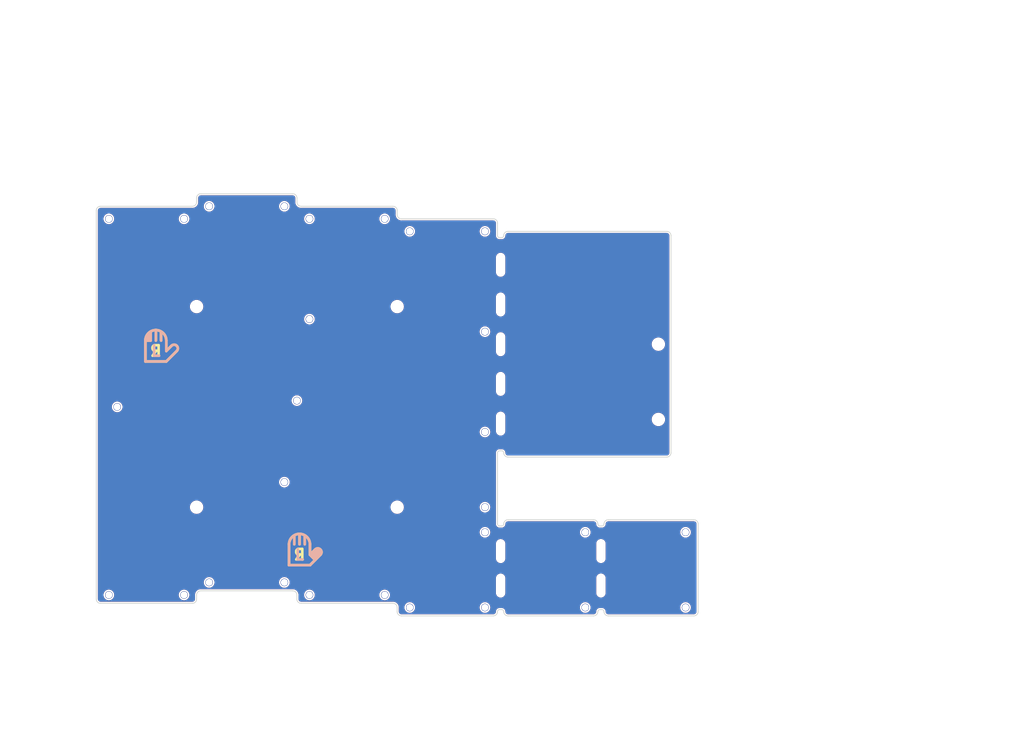
<source format=kicad_pcb>
(kicad_pcb (version 20210228) (generator pcbnew)
  (title_block (rev "1") (company "@e3w2q"))
  (layers (0 "F.Cu" signal) (31 "B.Cu" signal) (34 "B.Paste" user) (35 "F.Paste" user) (36 "B.SilkS" user "B.Silkscreen") (37 "F.SilkS" user "F.Silkscreen") (38 "B.Mask" user) (39 "F.Mask" user) (44 "Edge.Cuts" user))
  (net 0 "")
  (footprint "" (layer "F.Cu") (at 126.041859 94.291909)
    (fp_text reference "" (at 0 0) (layer "F.SilkS") (effects (font (size 1.27 1.27))))
    (fp_text value "" (at 0 0) (layer "F.SilkS") (effects (font (size 1.27 1.27))))
    (pad "" thru_hole circle (at 0 0) (size 1.43 1.43) (drill 1.28) (layers *.Cu *.Mask))
  )
  (footprint "" (layer "F.Cu") (at 106.991909 89.529309)
    (fp_text reference "" (at 0 0) (layer "F.SilkS") (effects (font (size 1.27 1.27))))
    (fp_text value "" (at 0 0) (layer "F.SilkS") (effects (font (size 1.27 1.27))))
    (pad "" thru_hole circle (at 0 0) (size 1.43 1.43) (drill 1.28) (layers *.Cu *.Mask))
  )
  (footprint "#footprint:Slit" (layer "F.Cu") (at 109.969732 104.413178)
    (fp_text reference "H93")
    (fp_text value "MountingHole")
    (pad "" np_thru_hole oval (at 0 0) (size 1.190625 3.969) (drill oval 1.190625 3.969) (layers F&B.Cu *.Mask))
  )
  (footprint "#footprint:Slit" (layer "F.Cu") (at 129.01978 97.856914)
    (fp_text reference "H93")
    (fp_text value "MountingHole")
    (pad "" np_thru_hole oval (at 0 0) (size 1.190625 3.969) (drill oval 1.190625 3.969) (layers F&B.Cu *.Mask))
  )
  (footprint "" (layer "F.Cu") (at 73.654359 53.810659)
    (fp_text reference "" (at 0 0) (layer "F.SilkS") (effects (font (size 1.27 1.27))))
    (fp_text value "" (at 0 0) (layer "F.SilkS") (effects (font (size 1.27 1.27))))
    (pad "" thru_hole circle (at 0 0) (size 1.43 1.43) (drill 1.28) (layers *.Cu *.Mask))
  )
  (footprint "#footprint:Slit" (layer "F.Cu") (at 109.968423 66.113702)
    (fp_text reference "H67")
    (fp_text value "MountingHole")
    (pad "" np_thru_hole oval (at 0 0) (size 1.190625 3.969) (drill oval 1.190625 3.969) (layers F&B.Cu *.Mask))
  )
  (footprint "#footprint:M1.4_tapping_Hole_rev2" (layer "F.Cu") (at 106.991909 108.579359)
    (fp_text reference "H17" hide)
    (fp_text value "MountingHole" hide)
    (pad "" thru_hole circle (at 0 0) (size 1.43 1.43) (drill 1.28) (layers *.Cu *.Mask))
  )
  (footprint "#footprint:M1.4_tapping_Hole_rev2" (layer "F.Cu") (at 54.604359 103.816909)
    (fp_text reference "H80" hide)
    (fp_text value "MountingHole" hide)
    (pad "" thru_hole circle (at 0 0) (size 1.43 1.43) (drill 1.28) (layers *.Cu *.Mask))
  )
  (footprint "" (layer "F.Cu") (at 106.991859 75.241909)
    (fp_text reference "" (at 0 0) (layer "F.SilkS") (effects (font (size 1.27 1.27))))
    (fp_text value "" (at 0 0) (layer "F.SilkS") (effects (font (size 1.27 1.27))))
    (pad "" thru_hole circle (at 0 0) (size 1.43 1.43) (drill 1.28) (layers *.Cu *.Mask))
  )
  (footprint "#footprint:M2_Hole" (layer "F.Cu") (at 52.223109 51.429359)
    (fp_text reference "H5" hide)
    (fp_text value "MountingHole" hide)
    (pad "" np_thru_hole circle (at 0 0) (size 1.95 1.95) (drill 1.95) (layers F&B.Cu *.Mask))
  )
  (footprint "#footprint:M1.4_tapping_Hole_rev2" (layer "F.Cu") (at 106.991909 94.291859)
    (fp_text reference "H16" hide)
    (fp_text value "MountingHole" hide)
    (pad "" thru_hole circle (at 0 0) (size 1.43 1.43) (drill 1.28) (layers *.Cu *.Mask))
  )
  (footprint "#footprint:M1.4_tapping_Hole_rev2" (layer "F.Cu") (at 92.704409 37.141859)
    (fp_text reference "H42" hide)
    (fp_text value "MountingHole" hide)
    (pad "" thru_hole circle (at 0 0) (size 1.43 1.43) (drill 1.28) (layers *.Cu *.Mask))
  )
  (footprint "#footprint:Slit" (layer "F.Cu") (at 109.968423 43.491827)
    (fp_text reference "H64")
    (fp_text value "MountingHole")
    (pad "" np_thru_hole oval (at 0 0) (size 1.190625 3.969) (drill oval 1.190625 3.969) (layers F&B.Cu *.Mask))
  )
  (footprint "" (layer "F.Cu") (at 35.554409 34.760659)
    (fp_text reference "" (at 0 0) (layer "F.SilkS") (effects (font (size 1.27 1.27))))
    (fp_text value "" (at 0 0) (layer "F.SilkS") (effects (font (size 1.27 1.27))))
    (pad "" thru_hole circle (at 0 0) (size 1.43 1.43) (drill 1.28) (layers *.Cu *.Mask))
  )
  (footprint "#footprint:M1.4_tapping_Hole_rev2" (layer "F.Cu") (at 49.841859 106.198159)
    (fp_text reference "H79" hide)
    (fp_text value "MountingHole" hide)
    (pad "" thru_hole circle (at 0 0) (size 1.43 1.43) (drill 1.28) (layers *.Cu *.Mask))
  )
  (footprint "#footprint:M1.4_tapping_Hole_rev2" (layer "F.Cu") (at 73.654359 106.198159)
    (fp_text reference "H82" hide)
    (fp_text value "MountingHole" hide)
    (pad "" thru_hole circle (at 0 0) (size 1.43 1.43) (drill 1.28) (layers *.Cu *.Mask))
  )
  (footprint "#footprint:M1.4_tapping_Hole_rev2" (layer "F.Cu") (at 49.841909 34.760659)
    (fp_text reference "H37" hide)
    (fp_text value "MountingHole" hide)
    (pad "" thru_hole circle (at 0 0) (size 1.43 1.43) (drill 1.28) (layers *.Cu *.Mask))
  )
  (footprint "" (layer "F.Cu") (at 106.991909 37.141859)
    (fp_text reference "" (at 0 0) (layer "F.SilkS") (effects (font (size 1.27 1.27))))
    (fp_text value "" (at 0 0) (layer "F.SilkS") (effects (font (size 1.27 1.27))))
    (pad "" thru_hole circle (at 0 0) (size 1.43 1.43) (drill 1.28) (layers *.Cu *.Mask))
  )
  (footprint "#footprint:Slit" (layer "F.Cu") (at 109.968423 51.032517)
    (fp_text reference "H65")
    (fp_text value "MountingHole")
    (pad "" np_thru_hole oval (at 0 0) (size 1.190625 3.969) (drill oval 1.190625 3.969) (layers F&B.Cu *.Mask))
  )
  (footprint "" (layer "F.Cu") (at 35.554359 106.198363)
    (fp_text reference "" (at 0 0) (layer "F.SilkS") (effects (font (size 1.27 1.27))))
    (fp_text value "" (at 0 0) (layer "F.SilkS") (effects (font (size 1.27 1.27))))
    (pad "" thru_hole circle (at 0 0) (size 1.43 1.43) (drill 1.28) (layers *.Cu *.Mask))
  )
  (footprint "" (layer "F.Cu") (at 54.604409 32.379359)
    (fp_text reference "" (at 0 0) (layer "F.SilkS") (effects (font (size 1.27 1.27))))
    (fp_text value "" (at 0 0) (layer "F.SilkS") (effects (font (size 1.27 1.27))))
    (pad "" thru_hole circle (at 0 0) (size 1.43 1.43) (drill 1.28) (layers *.Cu *.Mask))
  )
  (footprint "#footprint:Slit" (layer "F.Cu") (at 109.969732 97.864724)
    (fp_text reference "H93")
    (fp_text value "MountingHole")
    (pad "" np_thru_hole oval (at 0 0) (size 1.190625 3.969) (drill oval 1.190625 3.969) (layers F&B.Cu *.Mask))
  )
  (footprint "#footprint:Slit" (layer "F.Cu") (at 109.968423 73.654327)
    (fp_text reference "H68")
    (fp_text value "MountingHole")
    (pad "" np_thru_hole oval (at 0 0) (size 1.190625 3.969) (drill oval 1.190625 3.969) (layers F&B.Cu *.Mask))
  )
  (footprint "" (layer "F.Cu") (at 139.932459 72.860577)
    (fp_text reference "" (at 0 0) (layer "F.SilkS") (effects (font (size 1.27 1.27))))
    (fp_text value "" (at 0 0) (layer "F.SilkS") (effects (font (size 1.27 1.27))))
    (pad "" np_thru_hole circle (at 0 0) (size 1.95 1.95) (drill 1.95) (layers F&B.Cu *.Mask))
  )
  (footprint "" (layer "F.Cu") (at 87.941909 34.760659)
    (fp_text reference "" (at 0 0) (layer "F.SilkS") (effects (font (size 1.27 1.27))))
    (fp_text value "" (at 0 0) (layer "F.SilkS") (effects (font (size 1.27 1.27))))
    (pad "" thru_hole circle (at 0 0) (size 1.43 1.43) (drill 1.28) (layers *.Cu *.Mask))
  )
  (footprint "#footprint:Slit" (layer "F.Cu") (at 109.968423 58.573077)
    (fp_text reference "H66")
    (fp_text value "MountingHole")
    (pad "" np_thru_hole oval (at 0 0) (size 1.190625 3.969) (drill oval 1.190625 3.969) (layers F&B.Cu *.Mask))
  )
  (footprint "" (layer "F.Cu") (at 68.891859 84.766909)
    (fp_text reference "" (at 0 0) (layer "F.SilkS") (effects (font (size 1.27 1.27))))
    (fp_text value "" (at 0 0) (layer "F.SilkS") (effects (font (size 1.27 1.27))))
    (pad "" thru_hole circle (at 0 0 270) (size 1.43 1.43) (drill 1.28) (layers *.Cu *.Mask))
  )
  (footprint "" (layer "F.Cu") (at 145.091859 108.579409)
    (fp_text reference "" (at 0 0) (layer "F.SilkS") (effects (font (size 1.27 1.27))))
    (fp_text value "" (at 0 0) (layer "F.SilkS") (effects (font (size 1.27 1.27))))
    (pad "" thru_hole circle (at 0 0) (size 1.43 1.43) (drill 1.28) (layers *.Cu *.Mask))
  )
  (footprint "#footprint:wegener_quote_rev2" (layer "F.Cu") (at 65.0875 42.465625)
    (fp_text reference "G***" hide)
    (fp_text value "LOGO" hide)
  )
  (footprint "#footprint:M2_Hole" (layer "F.Cu") (at 90.323109 89.529359)
    (fp_text reference "H3" hide)
    (fp_text value "MountingHole" hide)
    (pad "" np_thru_hole circle (at 0 0) (size 1.95 1.95) (drill 1.95) (layers F&B.Cu *.Mask))
  )
  (footprint "#footprint:M2_Hole" (layer "F.Cu") (at 90.323109 51.429359)
    (fp_text reference "H6" hide)
    (fp_text value "MountingHole" hide)
    (pad "" np_thru_hole circle (at 0 0) (size 1.95 1.95) (drill 1.95) (layers F&B.Cu *.Mask))
  )
  (footprint "" (layer "F.Cu") (at 126.041859 108.579409)
    (fp_text reference "" (at 0 0) (layer "F.SilkS") (effects (font (size 1.27 1.27))))
    (fp_text value "" (at 0 0) (layer "F.SilkS") (effects (font (size 1.27 1.27))))
    (pad "" thru_hole circle (at 0 0) (size 1.43 1.43) (drill 1.28) (layers *.Cu *.Mask))
  )
  (footprint "#footprint:M1.4_tapping_Hole_rev2" (layer "F.Cu") (at 71.273109 69.288784 -90)
    (fp_text reference "H117" hide)
    (fp_text value "MountingHole" hide)
    (pad "" thru_hole circle (at 0 0 270) (size 1.43 1.43) (drill 1.28) (layers *.Cu *.Mask))
  )
  (footprint "#footprint:M1.4_tapping_Hole_rev2" (layer "F.Cu") (at 68.891859 103.816909)
    (fp_text reference "H81" hide)
    (fp_text value "MountingHole" hide)
    (pad "" thru_hole circle (at 0 0) (size 1.43 1.43) (drill 1.28) (layers *.Cu *.Mask))
  )
  (footprint "#footprint:M1.4_tapping_Hole_rev2" (layer "F.Cu") (at 92.704359 108.579409)
    (fp_text reference "H84" hide)
    (fp_text value "MountingHole" hide)
    (pad "" thru_hole circle (at 0 0) (size 1.43 1.43) (drill 1.28) (layers *.Cu *.Mask))
  )
  (footprint "#footprint:M1.4_tapping_Hole_rev2" (layer "F.Cu") (at 87.941859 106.198159)
    (fp_text reference "H83" hide)
    (fp_text value "MountingHole" hide)
    (pad "" thru_hole circle (at 0 0) (size 1.43 1.43) (drill 1.28) (layers *.Cu *.Mask))
  )
  (footprint "#footprint:M1.4_tapping_Hole_rev2" (layer "F.Cu") (at 37.141859 70.479409 -90)
    (fp_text reference "H114" hide)
    (fp_text value "MountingHole" hide)
    (pad "" thru_hole circle (at 0 0 270) (size 1.43 1.43) (drill 1.28) (layers *.Cu *.Mask))
  )
  (footprint "#footprint:Slit" (layer "F.Cu") (at 129.01978 104.405368)
    (fp_text reference "H93")
    (fp_text value "MountingHole")
    (pad "" np_thru_hole oval (at 0 0) (size 1.190625 3.969) (drill oval 1.190625 3.969) (layers F&B.Cu *.Mask))
  )
  (footprint "" (layer "F.Cu") (at 139.932003 58.573127)
    (fp_text reference "" (at 0 0) (layer "F.SilkS") (effects (font (size 1.27 1.27))))
    (fp_text value "" (at 0 0) (layer "F.SilkS") (effects (font (size 1.27 1.27))))
    (pad "" np_thru_hole circle (at 0 0) (size 1.95 1.95) (drill 1.95) (layers F&B.Cu *.Mask))
  )
  (footprint "#footprint:M2_Hole" (layer "F.Cu") (at 52.223109 89.529359)
    (fp_text reference "H4" hide)
    (fp_text value "MountingHole" hide)
    (pad "" np_thru_hole circle (at 0 0) (size 1.95 1.95) (drill 1.95) (layers F&B.Cu *.Mask))
  )
  (footprint "" (layer "F.Cu") (at 145.091859 94.291909)
    (fp_text reference "" (at 0 0) (layer "F.SilkS") (effects (font (size 1.27 1.27))))
    (fp_text value "" (at 0 0) (layer "F.SilkS") (effects (font (size 1.27 1.27))))
    (pad "" thru_hole circle (at 0 0) (size 1.43 1.43) (drill 1.28) (layers *.Cu *.Mask))
  )
  (footprint "" (layer "F.Cu") (at 106.991909 56.191859)
    (fp_text reference "" (at 0 0) (layer "F.SilkS") (effects (font (size 1.27 1.27))))
    (fp_text value "" (at 0 0) (layer "F.SilkS") (effects (font (size 1.27 1.27))))
    (pad "" thru_hole circle (at 0 0) (size 1.43 1.43) (drill 1.28) (layers *.Cu *.Mask))
  )
  (footprint "#footprint:M1.4_tapping_Hole_rev2" (layer "F.Cu") (at 73.654409 34.760659)
    (fp_text reference "H40" hide)
    (fp_text value "MountingHole" hide)
    (pad "" thru_hole circle (at 0 0) (size 1.43 1.43) (drill 1.28) (layers *.Cu *.Mask))
  )
  (footprint "#footprint:M1.4_tapping_Hole_rev2" (layer "F.Cu") (at 68.891909 32.379359)
    (fp_text reference "H39" hide)
    (fp_text value "MountingHole" hide)
    (pad "" thru_hole circle (at 0 0) (size 1.43 1.43) (drill 1.28) (layers *.Cu *.Mask))
  )
  (gr_line (start 43.491815 57.87889) (end 42.499657 57.878894) (layer "B.SilkS") (width 0.5))
  (gr_line (start 75.737954 98.558601) (end 73.753579 100.542978) (layer "B.SilkS") (width 0.5))
  (gr_line (start 43.094939 57.680452) (end 43.094939 56.688262) (layer "B.SilkS") (width 0.5))
  (gr_arc (start 71.769203 96.574226) (end 69.784827 96.574226) (angle 180) (layer "B.SilkS") (width 0.5))
  (gr_line (start 46.468409 59.86327) (end 46.468409 57.878894) (layer "B.SilkS") (width 0.5))
  (gr_line (start 47.460598 58.871083) (end 46.468409 59.86327) (layer "B.SilkS") (width 0.5))
  (gr_line (start 44.484033 57.878894) (end 44.484033 55.894518) (layer "B.SilkS") (width 0.5))
  (gr_arc (start 44.484033 57.878894) (end 42.499657 57.878894) (angle 180) (layer "B.SilkS") (width 0.5))
  (gr_line (start 69.784827 100.542978) (end 73.753579 100.542978) (layer "B.SilkS") (width 0.5))
  (gr_line (start 45.476221 57.878894) (end 45.476221 56.390612) (layer "B.SilkS") (width 0.5))
  (gr_line (start 42.499657 61.847646) (end 46.468409 61.847646) (layer "B.SilkS") (width 0.5))
  (gr_line (start 42.499657 61.847646) (end 42.499657 57.878894) (layer "B.SilkS") (width 0.5))
  (gr_arc (start 47.956691 59.367176) (end 48.452784 59.863269) (angle -180) (layer "B.SilkS") (width 0.5))
  (gr_line (start 42.698063 57.680452) (end 42.698063 57.283576) (layer "B.SilkS") (width 0.5))
  (gr_line (start 69.784827 100.542978) (end 69.784827 96.574226) (layer "B.SilkS") (width 0.5))
  (gr_line (start 75.539497 97.76485) (end 74.348869 98.955478) (layer "B.SilkS") (width 0.5))
  (gr_line (start 71.769203 96.574226) (end 71.769203 94.58985) (layer "B.SilkS") (width 0.5))
  (gr_line (start 70.777015 96.574226) (end 70.777015 95.085944) (layer "B.SilkS") (width 0.5))
  (gr_line (start 74.745768 97.566415) (end 73.753579 98.558602) (layer "B.SilkS") (width 0.5))
  (gr_line (start 48.452784 59.863269) (end 46.468409 61.847646) (layer "B.SilkS") (width 0.5))
  (gr_line (start 72.761391 96.574226) (end 72.761391 95.085944) (layer "B.SilkS") (width 0.5))
  (gr_arc (start 75.241861 98.062508) (end 75.737954 98.558601) (angle -180) (layer "B.SilkS") (width 0.5))
  (gr_line (start 75.737954 98.161729) (end 74.745745 99.153916) (layer "B.SilkS") (width 0.5))
  (gr_line (start 75.142621 97.566412) (end 74.150431 98.558602) (layer "B.SilkS") (width 0.5))
  (gr_line (start 74.745767 99.550789) (end 73.753579 98.558602) (layer "B.SilkS") (width 0.5))
  (gr_line (start 43.491845 57.878894) (end 43.491845 56.390612) (layer "B.SilkS") (width 0.5))
  (gr_line (start 73.753579 98.558602) (end 73.753579 96.574226) (layer "B.SilkS") (width 0.5))
  (gr_line (start 72.761391 96.574226) (end 72.761391 95.085944) (layer "F.SilkS") (width 0.5))
  (gr_line (start 70.777015 96.574226) (end 70.777015 95.085944) (layer "F.SilkS") (width 0.5))
  (gr_line (start 45.476221 57.878894) (end 45.476221 56.390612) (layer "F.SilkS") (width 0.5))
  (gr_line (start 74.745767 99.550789) (end 73.753579 98.558602) (layer "F.SilkS") (width 0.5))
  (gr_line (start 73.753579 100.542978) (end 69.784827 100.542978) (layer "F.SilkS") (width 0.5))
  (gr_line (start 75.142621 97.566412) (end 74.150431 98.558602) (layer "F.SilkS") (width 0.5))
  (gr_arc (start 47.956691 59.367176) (end 48.452784 59.863269) (angle -180) (layer "F.SilkS") (width 0.5))
  (gr_line (start 43.094939 57.680452) (end 43.094939 56.688262) (layer "F.SilkS") (width 0.5))
  (gr_line (start 44.484033 57.878894) (end 44.484033 55.894518) (layer "F.SilkS") (width 0.5))
  (gr_line (start 75.737954 98.161729) (end 74.745745 99.153916) (layer "F.SilkS") (width 0.5))
  (gr_line (start 73.753579 98.558602) (end 73.753579 96.574226) (layer "F.SilkS") (width 0.5))
  (gr_line (start 47.460598 58.871083) (end 46.468409 59.86327) (layer "F.SilkS") (width 0.5))
  (gr_line (start 69.784827 100.542978) (end 69.784827 96.574226) (layer "F.SilkS") (width 0.5))
  (gr_line (start 74.745768 97.566415) (end 73.753579 98.558602) (layer "F.SilkS") (width 0.5))
  (gr_line (start 42.698063 57.680452) (end 42.698063 57.283576) (layer "F.SilkS") (width 0.5))
  (gr_line (start 43.491845 57.878894) (end 43.491845 56.390612) (layer "F.SilkS") (width 0.5))
  (gr_line (start 75.737954 98.558601) (end 73.753579 100.542978) (layer "F.SilkS") (width 0.5))
  (gr_arc (start 44.484033 57.878894) (end 46.468409 57.878894) (angle -180) (layer "F.SilkS") (width 0.5))
  (gr_arc (start 71.769203 96.574226) (end 73.753579 96.574226) (angle -180) (layer "F.SilkS") (width 0.5))
  (gr_arc (start 75.241861 98.062508) (end 75.737954 98.558601) (angle -180) (layer "F.SilkS") (width 0.5))
  (gr_line (start 42.499657 61.847646) (end 42.499657 57.878894) (layer "F.SilkS") (width 0.5))
  (gr_line (start 75.539497 97.76485) (end 74.348869 98.955478) (layer "F.SilkS") (width 0.5))
  (gr_line (start 46.468409 59.86327) (end 46.468409 57.878894) (layer "F.SilkS") (width 0.5))
  (gr_line (start 43.491815 57.87889) (end 42.499657 57.878894) (layer "F.SilkS") (width 0.5))
  (gr_line (start 48.452784 59.863269) (end 46.468409 61.847646) (layer "F.SilkS") (width 0.5))
  (gr_line (start 71.769203 96.574226) (end 71.769203 94.58985) (layer "F.SilkS") (width 0.5))
  (gr_line (start 46.468409 61.847646) (end 42.499657 61.847646) (layer "F.SilkS") (width 0.5))
  (gr_arc (start 128.819984 92.704359) (end 128.819984 93.101234) (angle 90) (layer "Edge.Cuts") (width 0.15))
  (gr_arc (start 110.166859 109.373109) (end 110.166859 108.976234) (angle 90) (layer "Edge.Cuts") (width 0.15))
  (gr_arc (start 110.166859 79.210609) (end 110.166859 78.813734) (angle 90) (layer "Edge.Cuts") (width 0.15))
  (gr_arc (start 146.679359 109.373109) (end 147.473109 109.373109) (angle 90) (layer "Edge.Cuts") (width 0.15))
  (gr_arc (start 53.016859 106.198159) (end 52.223109 106.198159) (angle 90) (layer "Edge.Cuts") (width 0.15))
  (gr_line (start 33.173109 33.173159) (end 33.173109 106.991909) (layer "Edge.Cuts") (width 0.15))
  (gr_line (start 110.166859 78.813734) (end 109.769984 78.813734) (layer "Edge.Cuts") (width 0.15))
  (gr_line (start 71.273109 106.198159) (end 71.273109 106.991909) (layer "Edge.Cuts") (width 0.15))
  (gr_arc (start 109.769984 109.373109) (end 109.769984 108.976234) (angle -90) (layer "Edge.Cuts") (width 0.15))
  (gr_line (start 109.373109 92.704359) (end 109.373109 79.210609) (layer "Edge.Cuts") (width 0.15))
  (gr_line (start 90.323109 108.579409) (end 90.323109 109.373159) (layer "Edge.Cuts") (width 0.15))
  (gr_arc (start 109.769984 37.935609) (end 109.769984 38.332484) (angle 90) (layer "Edge.Cuts") (width 0.15))
  (gr_arc (start 111.357484 92.704359) (end 110.563734 92.704359) (angle 90) (layer "Edge.Cuts") (width 0.15))
  (gr_line (start 128.819984 93.101234) (end 129.216859 93.101234) (layer "Edge.Cuts") (width 0.15))
  (gr_arc (start 129.216859 92.704359) (end 129.216859 93.101234) (angle -90) (layer "Edge.Cuts") (width 0.15))
  (gr_line (start 52.223109 31.585659) (end 52.223109 30.791909) (layer "Edge.Cuts") (width 0.15))
  (gr_line (start 72.066859 32.379409) (end 89.529359 32.379409) (layer "Edge.Cuts") (width 0.15))
  (gr_line (start 53.016859 29.998159) (end 70.479359 29.998159) (layer "Edge.Cuts") (width 0.15))
  (gr_arc (start 130.407484 92.704359) (end 129.613734 92.704359) (angle 90) (layer "Edge.Cuts") (width 0.15))
  (gr_line (start 146.679359 110.166859) (end 130.407484 110.166859) (layer "Edge.Cuts") (width 0.15))
  (gr_line (start 130.407484 91.910609) (end 146.679359 91.910609) (layer "Edge.Cuts") (width 0.15))
  (gr_arc (start 127.629359 92.704359) (end 127.629359 91.910609) (angle 90) (layer "Edge.Cuts") (width 0.15))
  (gr_line (start 33.966859 32.379409) (end 51.429359 32.379409) (layer "Edge.Cuts") (width 0.15))
  (gr_arc (start 111.357484 109.373109) (end 111.357484 110.166859) (angle 90) (layer "Edge.Cuts") (width 0.15))
  (gr_line (start 90.323109 33.173159) (end 90.323109 33.966909) (layer "Edge.Cuts") (width 0.15))
  (gr_line (start 142.313709 79.210659) (end 142.313709 37.935659) (layer "Edge.Cuts") (width 0.15))
  (gr_arc (start 108.579359 35.554409) (end 109.373109 35.554409) (angle -90) (layer "Edge.Cuts") (width 0.15))
  (gr_arc (start 110.166859 37.935609) (end 110.166859 38.332484) (angle -90) (layer "Edge.Cuts") (width 0.15))
  (gr_arc (start 128.819984 109.373109) (end 128.819984 108.976234) (angle -90) (layer "Edge.Cuts") (width 0.15))
  (gr_arc (start 127.629359 109.373109) (end 128.423109 109.373109) (angle 90) (layer "Edge.Cuts") (width 0.15))
  (gr_arc (start 70.479359 30.791909) (end 71.273109 30.791909) (angle -90) (layer "Edge.Cuts") (width 0.15))
  (gr_arc (start 70.479359 106.198159) (end 70.479359 105.404409) (angle 90) (layer "Edge.Cuts") (width 0.15))
  (gr_arc (start 91.116859 33.966909) (end 90.323109 33.966909) (angle -90) (layer "Edge.Cuts") (width 0.15))
  (gr_line (start 53.016859 105.404409) (end 70.479359 105.404409) (layer "Edge.Cuts") (width 0.15))
  (gr_line (start 109.769984 93.101234) (end 110.166859 93.101234) (layer "Edge.Cuts") (width 0.15))
  (gr_arc (start 109.769984 79.210609) (end 109.769984 78.813734) (angle -90) (layer "Edge.Cuts") (width 0.15))
  (gr_arc (start 108.579359 109.373159) (end 109.373109 109.373159) (angle 90) (layer "Edge.Cuts") (width 0.15))
  (gr_arc (start 111.357484 37.935609) (end 111.357484 37.141859) (angle -90) (layer "Edge.Cuts") (width 0.15))
  (gr_arc (start 72.066859 106.991909) (end 71.273109 106.991909) (angle -90) (layer "Edge.Cuts") (width 0.15))
  (gr_arc (start 141.519959 79.210659) (end 141.519959 80.004409) (angle -90) (layer "Edge.Cuts") (width 0.15))
  (gr_arc (start 51.429359 31.585659) (end 52.223109 31.585659) (angle 90) (layer "Edge.Cuts") (width 0.15))
  (gr_line (start 109.373109 35.554359) (end 109.373109 37.935609) (layer "Edge.Cuts") (width 0.15))
  (gr_line (start 141.519959 80.004409) (end 111.357484 80.004359) (layer "Edge.Cuts") (width 0.15))
  (gr_arc (start 146.679359 92.704359) (end 146.679359 91.910609) (angle 90) (layer "Edge.Cuts") (width 0.15))
  (gr_line (start 52.223109 106.991909) (end 52.223109 106.198159) (layer "Edge.Cuts") (width 0.15))
  (gr_arc (start 129.216859 109.373109) (end 129.216859 108.976234) (angle 90) (layer "Edge.Cuts") (width 0.15))
  (gr_line (start 33.966859 107.785659) (end 51.429359 107.785659) (layer "Edge.Cuts") (width 0.15))
  (gr_line (start 129.216859 108.976234) (end 128.819984 108.976234) (layer "Edge.Cuts") (width 0.15))
  (gr_arc (start 51.429359 106.991909) (end 52.223109 106.991909) (angle 90) (layer "Edge.Cuts") (width 0.15))
  (gr_line (start 147.473109 92.704359) (end 147.473109 109.373109) (layer "Edge.Cuts") (width 0.15))
  (gr_arc (start 33.966859 106.991909) (end 33.173109 106.991909) (angle -90) (layer "Edge.Cuts") (width 0.15))
  (gr_line (start 91.116859 34.760659) (end 108.579359 34.760659) (layer "Edge.Cuts") (width 0.15))
  (gr_arc (start 109.769984 92.704359) (end 109.769984 93.101234) (angle 90) (layer "Edge.Cuts") (width 0.15))
  (gr_line (start 72.066859 107.785659) (end 89.529359 107.785659) (layer "Edge.Cuts") (width 0.15))
  (gr_arc (start 130.407484 109.373109) (end 130.407484 110.166859) (angle 90) (layer "Edge.Cuts") (width 0.15))
  (gr_arc (start 89.529359 33.173159) (end 90.323109 33.173159) (angle -90) (layer "Edge.Cuts") (width 0.15))
  (gr_line (start 110.166859 108.976234) (end 109.769984 108.976234) (layer "Edge.Cuts") (width 0.15))
  (gr_line (start 91.116859 110.166909) (end 108.579359 110.166909) (layer "Edge.Cuts") (width 0.15))
  (gr_arc (start 53.016859 30.791909) (end 53.016859 29.998159) (angle -90) (layer "Edge.Cuts") (width 0.15))
  (gr_line (start 109.769984 38.332484) (end 110.166859 38.332484) (layer "Edge.Cuts") (width 0.15))
  (gr_line (start 111.357484 91.910609) (end 127.629359 91.910609) (layer "Edge.Cuts") (width 0.15))
  (gr_arc (start 141.519959 37.935659) (end 142.313709 37.935659) (angle -90) (layer "Edge.Cuts") (width 0.15))
  (gr_arc (start 110.166859 92.704359) (end 110.166859 93.101234) (angle -90) (layer "Edge.Cuts") (width 0.15))
  (gr_arc (start 33.966859 33.173159) (end 33.173109 33.173159) (angle 90) (layer "Edge.Cuts") (width 0.15))
  (gr_arc (start 91.116859 109.373159) (end 91.116859 110.166909) (angle 90) (layer "Edge.Cuts") (width 0.15))
  (gr_line (start 71.273109 30.791909) (end 71.273109 31.585659) (layer "Edge.Cuts") (width 0.15))
  (gr_arc (start 89.529359 108.579409) (end 90.323109 108.579409) (angle -90) (layer "Edge.Cuts") (width 0.15))
  (gr_arc (start 111.357484 79.210609) (end 110.563734 79.210609) (angle -90) (layer "Edge.Cuts") (width 0.15))
  (gr_line (start 127.629359 110.166859) (end 111.357484 110.166859) (layer "Edge.Cuts") (width 0.15))
  (gr_arc (start 72.066859 31.585659) (end 71.273109 31.585659) (angle -90) (layer "Edge.Cuts") (width 0.15))
  (gr_line (start 111.357484 37.141859) (end 141.519959 37.141909) (layer "Edge.Cuts") (width 0.15))
  (gr_text "L" (at 71.769203 98.558602) (layer "B.SilkS") (effects (font (size 2 2) (thickness 0.5))))
  (gr_text "L" (at 44.484033 59.86327) (layer "B.SilkS") (effects (font (size 2 2) (thickness 0.5))))
  (gr_text "R" (at 44.484033 59.86327) (layer "F.SilkS") (effects (font (size 2 2) (thickness 0.5)) (justify mirror)))
  (gr_text "R" (at 71.769203 98.558602) (layer "F.SilkS") (effects (font (size 2 2) (thickness 0.5)) (justify mirror)))
  (zone (net 0) (net_name "") (layers F&B.Cu) (connect_pads (clearance 0.3)) (min_thickness 0.254) (fill yes (thermal_gap 0.508) (thermal_bridge_width 0.508))
    (polygon (pts (xy 171.954725 136.831292) (xy 14.88285 136.831292) (xy 14.88285 16.668792) (xy 171.954725 16.668792)))
  )
)
</source>
